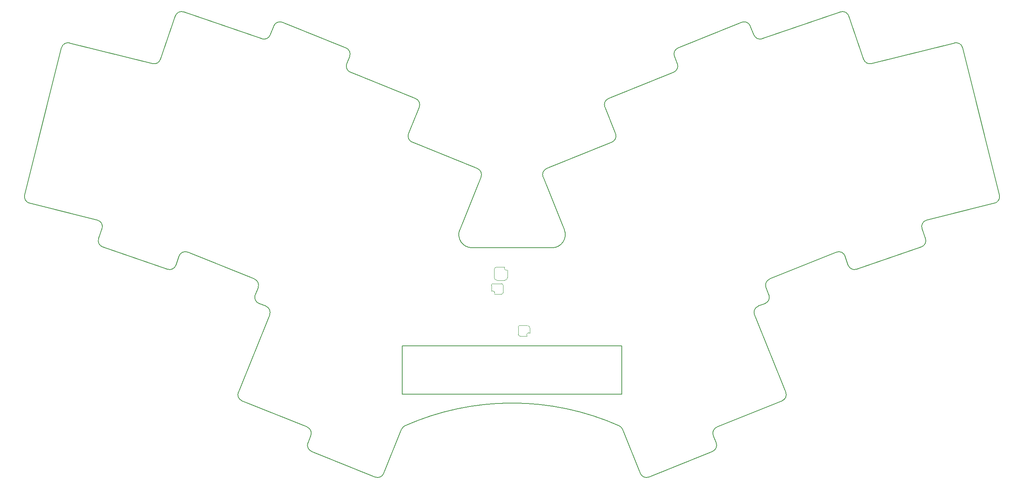
<source format=gbr>
%TF.GenerationSoftware,KiCad,Pcbnew,8.0.9-1.fc41*%
%TF.CreationDate,2025-03-09T10:33:46+11:00*%
%TF.ProjectId,katori,6b61746f-7269-42e6-9b69-6361645f7063,0.2*%
%TF.SameCoordinates,Original*%
%TF.FileFunction,Profile,NP*%
%FSLAX46Y46*%
G04 Gerber Fmt 4.6, Leading zero omitted, Abs format (unit mm)*
G04 Created by KiCad (PCBNEW 8.0.9-1.fc41) date 2025-03-09 10:33:46*
%MOMM*%
%LPD*%
G01*
G04 APERTURE LIST*
%TA.AperFunction,Profile*%
%ADD10C,0.150000*%
%TD*%
%TA.AperFunction,Profile*%
%ADD11C,0.200000*%
%TD*%
%TA.AperFunction,Profile*%
%ADD12C,0.120000*%
%TD*%
G04 APERTURE END LIST*
D10*
X149571039Y-105338394D02*
G75*
G02*
X146789516Y-101214549I-139J2999894D01*
G01*
X213853245Y-120604744D02*
G75*
G02*
X214682075Y-118651999I1391055J561844D01*
G01*
X47802364Y-93373609D02*
X56172855Y-59801383D01*
X167807688Y-105338381D02*
X149571039Y-105338394D01*
X97236845Y-140173899D02*
X112071750Y-146167590D01*
X151627455Y-89240156D02*
X146789483Y-101214536D01*
X253038726Y-99042801D02*
X268483792Y-95191932D01*
X252760355Y-103243282D02*
G75*
G02*
X251830413Y-105149857I-1418255J-488318D01*
G01*
X204478075Y-148120292D02*
G75*
G02*
X205306917Y-146167552I1390925J561892D01*
G01*
X82914317Y-107238892D02*
G75*
G02*
X84894524Y-106336440I1418283J-488308D01*
G01*
X170589242Y-101214563D02*
G75*
G02*
X167807688Y-105338350I-2781342J-1123937D01*
G01*
X112071772Y-146167612D02*
G75*
G02*
X112900604Y-148120281I-561772J-1390688D01*
G01*
X210939029Y-53996212D02*
G75*
G02*
X212891749Y-54825081I561971J-1390688D01*
G01*
X196301672Y-63415332D02*
G75*
G02*
X195472787Y-65367986I-1390572J-561968D01*
G01*
X65548304Y-105149903D02*
X80298389Y-110228760D01*
X121077045Y-63415341D02*
X121732631Y-61792766D01*
X251983324Y-100986634D02*
G75*
G02*
X253038726Y-99042801I1418176J488434D01*
G01*
X215610656Y-57760043D02*
X233403253Y-51633542D01*
X65395393Y-100986626D02*
X64618378Y-103243293D01*
D11*
X183689358Y-127694666D02*
X183689359Y-138694662D01*
X133689355Y-138694661D01*
X133689350Y-127694662D01*
X183689358Y-127694666D01*
D10*
X180637854Y-71361740D02*
X195472802Y-65368024D01*
X183050260Y-145862674D02*
G75*
G02*
X183832003Y-146671558I-608960J-1370726D01*
G01*
X252760355Y-103243282D02*
X251983316Y-100986652D01*
X165751286Y-89240187D02*
X170589242Y-101214563D01*
X78663946Y-62451950D02*
G75*
G02*
X76882810Y-63419010I-1418246J488350D01*
G01*
X102696627Y-118652037D02*
G75*
G02*
X103525453Y-120604699I-561727J-1390663D01*
G01*
X189840707Y-157539392D02*
G75*
G02*
X187888017Y-156710530I-561907J1390792D01*
G01*
X129490698Y-156710534D02*
X133546698Y-146671564D01*
X213731548Y-56903656D02*
X212891740Y-54825085D01*
X83975456Y-51633553D02*
X101768047Y-57760042D01*
X96407973Y-138221210D02*
X103525470Y-120604706D01*
X135963631Y-81293806D02*
X150798575Y-87287490D01*
X189840707Y-157539392D02*
X204304784Y-151695547D01*
X179809009Y-73314406D02*
G75*
G02*
X180637856Y-71361745I1390991J561806D01*
G01*
X113073951Y-151695557D02*
X127538008Y-157539402D01*
X82205019Y-109298846D02*
X82914317Y-107238892D01*
X217306830Y-112468543D02*
X232484235Y-106336465D01*
X121905903Y-65368019D02*
G75*
G02*
X121077010Y-63415327I562197J1390919D01*
G01*
X82205025Y-109298831D02*
G75*
G02*
X80298421Y-110228722I-1418625J489131D01*
G01*
X195646128Y-61792758D02*
X196301672Y-63415332D01*
X57991181Y-58708840D02*
X76882806Y-63419027D01*
X240495927Y-63419058D02*
G75*
G02*
X238714754Y-62451955I-362827J1455558D01*
G01*
X48894916Y-95191939D02*
G75*
G02*
X47802340Y-93373603I363184J1455639D01*
G01*
X65548299Y-105149897D02*
G75*
G02*
X64618363Y-103243288I489001J1418597D01*
G01*
X84894517Y-106336458D02*
X100071870Y-112468530D01*
X121905899Y-65368008D02*
X136740853Y-71361729D01*
X120903732Y-59840087D02*
G75*
G02*
X121732602Y-61792754I-561532J-1390613D01*
G01*
X103647184Y-56903672D02*
G75*
G02*
X101768057Y-57760014I-1390784J561972D01*
G01*
X135134790Y-79341097D02*
X137569711Y-73314409D01*
X64340021Y-99042828D02*
G75*
G02*
X65395356Y-100986613I-363021J-1455472D01*
G01*
X237080334Y-110228764D02*
G75*
G02*
X235173735Y-109298840I-488434J1418064D01*
G01*
X166580128Y-87287509D02*
X181415072Y-81293786D01*
X136740849Y-71361736D02*
G75*
G02*
X137569684Y-73314398I-561949J-1390764D01*
G01*
X215610656Y-57760043D02*
G75*
G02*
X213731559Y-56903652I-488156J1418643D01*
G01*
X100071870Y-112468530D02*
G75*
G02*
X100900726Y-114421184I-562170J-1390870D01*
G01*
X100900762Y-114421198D02*
X100245189Y-116043791D01*
X259387529Y-58708847D02*
G75*
G02*
X261205892Y-59801387I362971J-1455353D01*
G01*
X269576375Y-93373628D02*
G75*
G02*
X268483795Y-95191944I-1455275J-362972D01*
G01*
X213853246Y-120604712D02*
X220970756Y-138221212D01*
X48894916Y-95191939D02*
X64340021Y-99042828D01*
X97236845Y-140173899D02*
G75*
G02*
X96407941Y-138221197I561655J1390699D01*
G01*
X82068808Y-52563463D02*
G75*
G02*
X83975469Y-51633516I1418392J-488537D01*
G01*
X216477967Y-114421210D02*
G75*
G02*
X217306813Y-112468502I1391533J561610D01*
G01*
X179809020Y-73314417D02*
X182243937Y-79341118D01*
X113073951Y-151695557D02*
G75*
G02*
X112245060Y-149742847I562749J1391157D01*
G01*
X56172855Y-59801383D02*
G75*
G02*
X57991191Y-58708798I1455245J-362517D01*
G01*
X133546698Y-146671564D02*
G75*
G02*
X134328457Y-145862678I1391102J-562236D01*
G01*
X150798585Y-87287494D02*
G75*
G02*
X151627426Y-89240183I-561785J-1390706D01*
G01*
X101074053Y-117996475D02*
G75*
G02*
X100245156Y-116043777I561847J1390775D01*
G01*
X183832009Y-146671556D02*
X187888021Y-156710529D01*
X129490708Y-156710538D02*
G75*
G02*
X127538020Y-157539372I-1390808J562038D01*
G01*
X217133539Y-116043773D02*
G75*
G02*
X216304677Y-117996480I-1390539J-562027D01*
G01*
X205306932Y-146167590D02*
X220141889Y-140173888D01*
X205133648Y-149742852D02*
G75*
G02*
X204304773Y-151695519I-1390648J-561948D01*
G01*
X234464396Y-107238904D02*
X235173693Y-109298854D01*
X217133539Y-116043773D02*
X216477967Y-114421210D01*
X78663946Y-62451950D02*
X82068808Y-52563463D01*
X101074066Y-117996477D02*
X102696630Y-118652033D01*
X112900627Y-148120290D02*
X112245076Y-149742854D01*
X235309885Y-52563488D02*
X238714768Y-62451950D01*
X233403253Y-51633542D02*
G75*
G02*
X235309875Y-52563492I488447J-1418058D01*
G01*
X205133648Y-149742852D02*
X204478088Y-148120281D01*
X120903732Y-59840087D02*
X106439686Y-53996210D01*
X220970747Y-138221234D02*
G75*
G02*
X220141879Y-140173863I-1390547J-561966D01*
G01*
X135963631Y-81293806D02*
G75*
G02*
X135134752Y-79341082I562169J1390906D01*
G01*
X104486978Y-54825080D02*
G75*
G02*
X106439695Y-53996189I1390722J-561720D01*
G01*
X261205868Y-59801393D02*
X269576359Y-93373627D01*
X210939029Y-53996212D02*
X196474974Y-59840077D01*
X165751279Y-89240179D02*
G75*
G02*
X166580125Y-87287501I1391321J561679D01*
G01*
X104486978Y-54825080D02*
X103647182Y-56903661D01*
X195646132Y-61792751D02*
G75*
G02*
X196474962Y-59840048I1390968J561851D01*
G01*
X240495927Y-63419058D02*
X259387531Y-58708846D01*
X134328452Y-145862667D02*
G75*
G02*
X183050262Y-145862673I24360898J-54831993D01*
G01*
X232484224Y-106336459D02*
G75*
G02*
X234464434Y-107238891I562076J-1390441D01*
G01*
X237080334Y-110228764D02*
X251830425Y-105149892D01*
X182243937Y-79341118D02*
G75*
G02*
X181415064Y-81293766I-1390537J-561982D01*
G01*
X214682088Y-118652030D02*
X216304679Y-117996484D01*
D12*
%TO.C,U1*%
X153990121Y-115229824D02*
X153989371Y-113886393D01*
X154370383Y-113505373D02*
X156276139Y-113502625D01*
X154620991Y-110387568D02*
X154620991Y-112063968D01*
X156276134Y-115915632D02*
X154675944Y-115915635D01*
X156657124Y-113883632D02*
X156657132Y-115534625D01*
X156983191Y-109701768D02*
X155306791Y-109701767D01*
X156983191Y-112749768D02*
X155306791Y-112749768D01*
X157668991Y-110387568D02*
X157668992Y-112063968D01*
X160106991Y-125057503D02*
X160106991Y-123406487D01*
X160488016Y-123025492D02*
X162088193Y-123025990D01*
X162088184Y-125438989D02*
X160487991Y-125438499D01*
X162773994Y-123711795D02*
X162773987Y-124753196D01*
X153989371Y-113886393D02*
G75*
G02*
X154370383Y-113505373I380989J31D01*
G01*
X153990121Y-115229824D02*
G75*
G02*
X154675944Y-115915635I247769J-438050D01*
G01*
X154620991Y-110387568D02*
G75*
G02*
X155306791Y-109701767I659466J26335D01*
G01*
X155306791Y-112749768D02*
G75*
G02*
X154620991Y-112063968I-31058J654742D01*
G01*
X156276139Y-113502625D02*
G75*
G02*
X156657124Y-113883632I8J-380977D01*
G01*
X156657132Y-115534625D02*
G75*
G02*
X156276134Y-115915632I-380999J-8D01*
G01*
X157668991Y-110387568D02*
G75*
G02*
X156983191Y-109701768I-247753J438047D01*
G01*
X157668992Y-112063968D02*
G75*
G02*
X156983191Y-112749768I-656107J-29693D01*
G01*
X160106991Y-123406487D02*
G75*
G02*
X160488016Y-123025486I381051J-50D01*
G01*
X160487991Y-125438499D02*
G75*
G02*
X160106990Y-125057503I-19J380982D01*
G01*
X162088184Y-125438989D02*
G75*
G02*
X162773989Y-124753192I438048J247752D01*
G01*
X162088193Y-123025990D02*
G75*
G02*
X162773999Y-123711795I39549J-646257D01*
G01*
%TD*%
M02*

</source>
